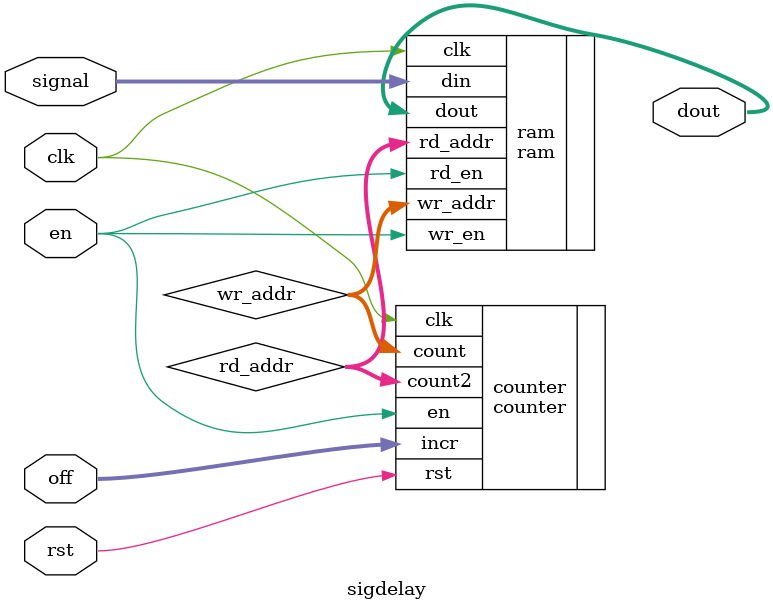
<source format=sv>
module sigdelay #(
    parameter   A_WIDTH = 8,
                D_WIDTH = 8
)(
    input  logic               clk,
    input  logic               rst,
    input  logic               en,
    input  logic [D_WIDTH-1:0] off,
    input  logic [D_WIDTH-1:0] signal,
    output logic [D_WIDTH-1:0] dout
);

logic [A_WIDTH-1:0] wr_addr;
logic [A_WIDTH-1:0] rd_addr;

counter counter(
    .clk    (clk),
    .rst    (rst),
    .en     (en),
    .incr   (off),
    .count  (wr_addr),
    .count2 (rd_addr)
);

ram ram(
    .clk     (clk),
    .wr_en   (en),
    .rd_en   (en),
    .wr_addr (wr_addr),
    .rd_addr (rd_addr),
    .din     (signal),
    .dout    (dout)
);

endmodule

</source>
